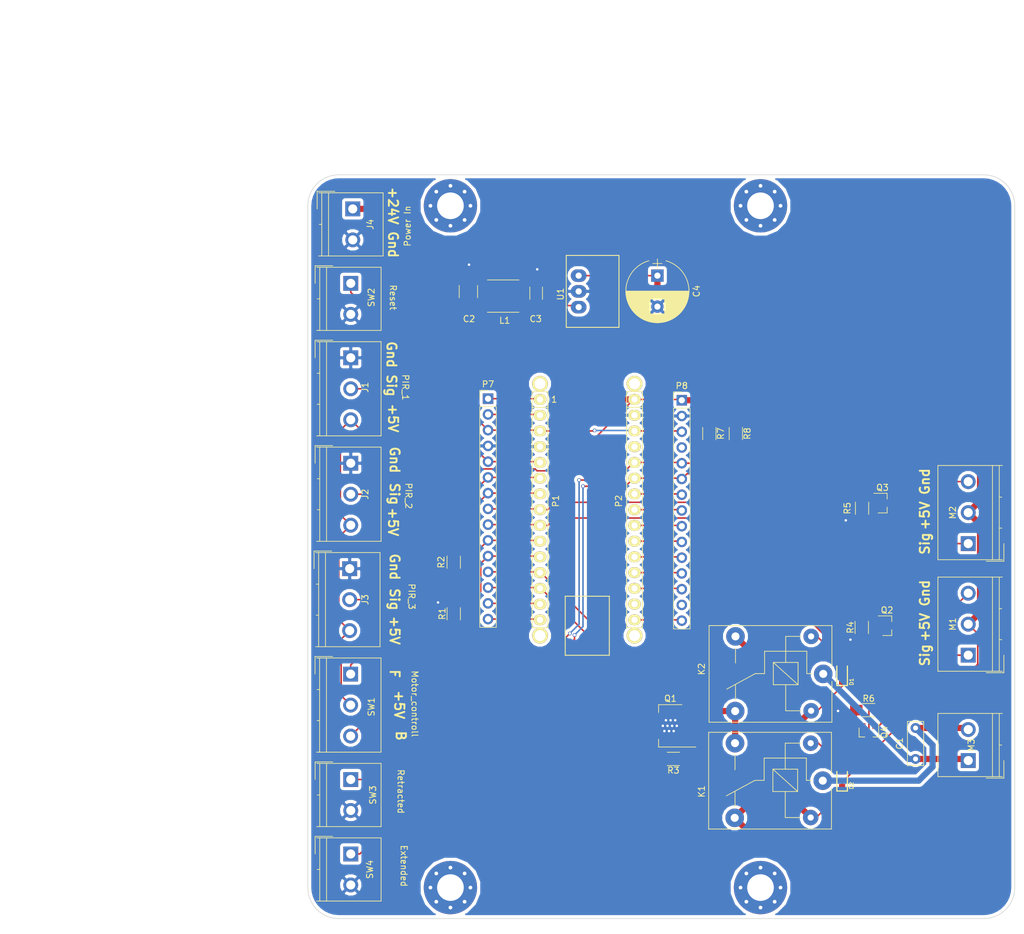
<source format=kicad_pcb>
(kicad_pcb (version 20171130) (host pcbnew 5.0.1-33cea8e~68~ubuntu16.04.1)
  (title_block (date "jeu. 02 avril 2015"))
  (layers (0 F.Cu signal) (31 B.Cu signal) (34 B.Paste user) (35 F.Paste user) (36 B.SilkS user) (37 F.SilkS user) (38 B.Mask user) (39 F.Mask user) (44 Edge.Cuts user))
  (net 0 "")
  (net 1 "/1(Tx)")
  (net 2 "/0(Rx)")
  (net 3 /Reset)
  (net 4 GND)
  (net 5 +5V)
  (net 6 /A5)
  (net 7 /A4)
  (net 8 /A3)
  (net 9 /A2)
  (net 10 /A1)
  (net 11 /A0)
  (net 12 /AREF)
  (net 13 "/13(SCK)")
  (net 14 "Net-(P3-Pad1)")
  (net 15 "Net-(P4-Pad1)")
  (net 16 "Net-(P5-Pad1)")
  (net 17 "Net-(P6-Pad1)")
  (net 18 "/11(**/MOSI)")
  (net 19 "/12(MISO)")
  (net 20 "Net-(C1-Pad1)")
  (net 21 "Net-(C1-Pad2)")
  (net 22 VCC)
  (net 23 "Net-(C3-Pad1)")
  (net 24 /PIR_1)
  (net 25 /PIR_2)
  (net 26 /PIR_3)
  (net 27 "Net-(D1-Pad2)")
  (net 28 "Net-(K1-Pad5)")
  (net 29 /Servo_2_PWM)
  (net 30 "Net-(M1-Pad3)")
  (net 31 "Net-(M2-Pad3)")
  (net 32 /Servo_1_PWM)
  (net 33 /Motor_forward)
  (net 34 /Motor_back)
  (net 35 /H_bridge_back)
  (net 36 /H_bridge_on)
  (net 37 "Net-(P2-Pad4)")
  (net 38 "Net-(P2-Pad14)")
  (net 39 /Servo_2_power)
  (net 40 /Servo_1_power)
  (net 41 "Net-(P8-Pad14)")
  (net 42 "Net-(P8-Pad4)")
  (net 43 /Extended)
  (net 44 /Retracted)
  (module Mounting_Holes:MountingHole_4.3mm_M4_Pad_Via (layer F.Cu) (at 175 150)
    (fp_text reference REF** hide)
    (fp_text value MountingHole_4.3mm_M4_Pad_Via)
    (pad 1 thru_hole circle (at 2.280419 -2.280419) (size 0.7 0.7) (drill 0.6) (layers *.Cu *.Mask))
    (pad 1 thru_hole circle (at 0 -3.225) (size 0.7 0.7) (drill 0.6) (layers *.Cu *.Mask))
    (pad 1 thru_hole circle (at -2.280419 -2.280419) (size 0.7 0.7) (drill 0.6) (layers *.Cu *.Mask))
    (pad 1 thru_hole circle (at -3.225 0) (size 0.7 0.7) (drill 0.6) (layers *.Cu *.Mask))
    (pad 1 thru_hole circle (at -2.280419 2.280419) (size 0.7 0.7) (drill 0.6) (layers *.Cu *.Mask))
    (pad 1 thru_hole circle (at 0 3.225 90) (size 0.7 0.7) (drill 0.6) (layers *.Cu *.Mask))
    (pad 1 thru_hole circle (at 2.280419 2.280419) (size 0.7 0.7) (drill 0.6) (layers *.Cu *.Mask))
    (pad 1 thru_hole circle (at 3.225 0) (size 0.7 0.7) (drill 0.6) (layers *.Cu *.Mask))
    (pad 1 thru_hole circle (at 0 0) (size 8.6 8.6) (drill 4.3) (layers *.Cu *.Mask))
  )
  (module Pin_Headers:Pin_Header_Straight_1x15_Pitch2.54mm (layer F.Cu) (at 162.306 71.374)
    (fp_text reference P8 (at 0 -2.33) (layer F.SilkS))
    (fp_text value Analog)
    (pad 15 thru_hole oval (at 0 35.56) (size 1.7 1.7) (drill 1) (layers *.Cu *.Mask) (net 13 "/13(SCK)"))
    (pad 14 thru_hole oval (at 0 33.02) (size 1.7 1.7) (drill 1) (layers *.Cu *.Mask) (net 41 "Net-(P8-Pad14)"))
    (pad 13 thru_hole oval (at 0 30.48) (size 1.7 1.7) (drill 1) (layers *.Cu *.Mask) (net 12 /AREF))
    (pad 12 thru_hole oval (at 0 27.94) (size 1.7 1.7) (drill 1) (layers *.Cu *.Mask) (net 11 /A0))
    (pad 11 thru_hole oval (at 0 25.4) (size 1.7 1.7) (drill 1) (layers *.Cu *.Mask) (net 10 /A1))
    (pad 10 thru_hole oval (at 0 22.86) (size 1.7 1.7) (drill 1) (layers *.Cu *.Mask) (net 9 /A2))
    (pad 9 thru_hole oval (at 0 20.32) (size 1.7 1.7) (drill 1) (layers *.Cu *.Mask) (net 8 /A3))
    (pad 8 thru_hole oval (at 0 17.78) (size 1.7 1.7) (drill 1) (layers *.Cu *.Mask) (net 7 /A4))
    (pad 7 thru_hole oval (at 0 15.24) (size 1.7 1.7) (drill 1) (layers *.Cu *.Mask) (net 6 /A5))
    (pad 6 thru_hole oval (at 0 12.7) (size 1.7 1.7) (drill 1) (layers *.Cu *.Mask) (net 44 /Retracted))
    (pad 5 thru_hole oval (at 0 10.16) (size 1.7 1.7) (drill 1) (layers *.Cu *.Mask) (net 43 /Extended))
    (pad 4 thru_hole oval (at 0 7.62) (size 1.7 1.7) (drill 1) (layers *.Cu *.Mask) (net 42 "Net-(P8-Pad4)"))
    (pad 3 thru_hole oval (at 0 5.08) (size 1.7 1.7) (drill 1) (layers *.Cu *.Mask) (net 3 /Reset))
    (pad 2 thru_hole oval (at 0 2.54) (size 1.7 1.7) (drill 1) (layers *.Cu *.Mask) (net 4 GND))
    (pad 1 thru_hole rect (at 0 0) (size 1.7 1.7) (drill 1) (layers *.Cu *.Mask) (net 5 +5V))
  )
  (module Diodes_SMD:D_SOD-323_HandSoldering (layer F.Cu) (at 188.161953 115.504004 90)
    (fp_text reference D1 (at -1.29 1.524 90) (layer F.SilkS) (effects (font (size 0.6 0.6) (thickness 0.125))))
    (fp_text value D)
    (pad 1 smd rect (at -1.25 0 90) (size 1 1) (layers F.Cu F.Paste F.Mask) (net 5 +5V))
    (pad 2 smd rect (at 1.25 0 90) (size 1 1) (layers F.Cu F.Paste F.Mask) (net 27 "Net-(D1-Pad2)"))
  )
  (module Diodes_SMD:D_SOD-323_HandSoldering (layer F.Cu) (at 188.161953 132.522004 90)
    (fp_text reference D2 (at -1.036 1.524 90) (layer F.SilkS) (effects (font (size 0.6 0.6) (thickness 0.125))))
    (fp_text value D)
    (pad 1 smd rect (at -1.25 0 90) (size 1 1) (layers F.Cu F.Paste F.Mask) (net 5 +5V))
    (pad 2 smd rect (at 1.25 0 90) (size 1 1) (layers F.Cu F.Paste F.Mask) (net 27 "Net-(D1-Pad2)"))
  )
  (module Capacitors_THT:C_Rect_L7.0mm_W2.5mm_P5.00mm (layer F.Cu) (at 200 129.25 90)
    (fp_text reference C1 (at 2.5 -2.56 90) (layer F.SilkS))
    (fp_text value C)
    (pad 2 thru_hole circle (at 5 0 90) (size 1.6 1.6) (drill 0.8) (layers *.Cu *.Mask) (net 21 "Net-(C1-Pad2)"))
    (pad 1 thru_hole circle (at 0 0 90) (size 1.6 1.6) (drill 0.8) (layers *.Cu *.Mask) (net 20 "Net-(C1-Pad1)"))
  )
  (module Capacitors_SMD:C_1210_HandSoldering (layer F.Cu) (at 127.896 53.84 90)
    (fp_text reference C2 (at -4.41 0.104 180) (layer F.SilkS))
    (fp_text value 10uF)
    (pad 2 smd rect (at 2 0 90) (size 2 2.5) (layers F.Cu F.Paste F.Mask) (net 4 GND))
    (pad 1 smd rect (at -2 0 90) (size 2 2.5) (layers F.Cu F.Paste F.Mask) (net 22 VCC))
  )
  (module Capacitors_SMD:C_1206_HandSoldering (layer F.Cu) (at 138.818 54.094 90)
    (fp_text reference C3 (at -4.156 -0.068 180) (layer F.SilkS))
    (fp_text value 4.7uF)
    (pad 2 smd rect (at 2 0 90) (size 2 1.6) (layers F.Cu F.Paste F.Mask) (net 4 GND))
    (pad 1 smd rect (at -2 0 90) (size 2 1.6) (layers F.Cu F.Paste F.Mask) (net 23 "Net-(C3-Pad1)"))
  )
  (module Connectors_Terminal_Blocks:TerminalBlock_Philmore_TB133_03x5mm_Straight (layer F.Cu) (at 108.921543 64.521428 270)
    (fp_text reference J1 (at 4.773803 -2.328457 270) (layer F.SilkS))
    (fp_text value PIR_1 (at 4.773803 -8.828457 270 unlocked) (layer F.SilkS))
    (pad 3 thru_hole circle (at 10 0 270) (size 2.4 2.4) (drill 1.47) (layers *.Cu *.Mask) (net 5 +5V))
    (pad 2 thru_hole circle (at 5 0 270) (size 2.4 2.4) (drill 1.47) (layers *.Cu *.Mask) (net 24 /PIR_1))
    (pad 1 thru_hole rect (at 0 0 270) (size 2.4 2.4) (drill 1.47) (layers *.Cu *.Mask) (net 4 GND))
  )
  (module Connectors_Terminal_Blocks:TerminalBlock_Philmore_TB133_03x5mm_Straight (layer F.Cu) (at 108.921543 81.532142 270)
    (fp_text reference J2 (at 5 -2.328457 270) (layer F.SilkS))
    (fp_text value PIR_2 (at 5.271803 -9.328457 270 unlocked) (layer F.SilkS))
    (pad 3 thru_hole circle (at 10 0 270) (size 2.4 2.4) (drill 1.47) (layers *.Cu *.Mask) (net 5 +5V))
    (pad 2 thru_hole circle (at 5 0 270) (size 2.4 2.4) (drill 1.47) (layers *.Cu *.Mask) (net 25 /PIR_2))
    (pad 1 thru_hole rect (at 0 0 270) (size 2.4 2.4) (drill 1.47) (layers *.Cu *.Mask) (net 4 GND))
  )
  (module Connectors_Terminal_Blocks:TerminalBlock_Philmore_TB133_03x5mm_Straight (layer F.Cu) (at 108.75 98.542856 270)
    (fp_text reference J3 (at 5 -2.5 270) (layer F.SilkS))
    (fp_text value PIR_3 (at 4.5 -10 270 unlocked) (layer F.SilkS))
    (pad 3 thru_hole circle (at 10 0 270) (size 2.4 2.4) (drill 1.47) (layers *.Cu *.Mask) (net 5 +5V))
    (pad 2 thru_hole circle (at 5 0 270) (size 2.4 2.4) (drill 1.47) (layers *.Cu *.Mask) (net 26 /PIR_3))
    (pad 1 thru_hole rect (at 0 0 270) (size 2.4 2.4) (drill 1.47) (layers *.Cu *.Mask) (net 4 GND))
  )
  (module Relays_THT:Relay_SPDT_SANYOU_SRD_Series_Form_C (layer F.Cu) (at 185.039953 132.750004 180)
    (fp_text reference K1 (at 19.539953 -1.749996 270) (layer F.SilkS))
    (fp_text value RELAY)
    (pad 1 thru_hole circle (at 0 0 270) (size 3 3) (drill 1.3) (layers *.Cu *.Mask) (net 21 "Net-(C1-Pad2)"))
    (pad 2 thru_hole circle (at 1.95 -5.95 270) (size 2.5 2.5) (drill 1) (layers *.Cu *.Mask) (net 5 +5V))
    (pad 4 thru_hole circle (at 14.2 -6 270) (size 3 3) (drill 1.3) (layers *.Cu *.Mask) (net 22 VCC))
    (pad 5 thru_hole circle (at 14.15 6.05 270) (size 3 3) (drill 1.3) (layers *.Cu *.Mask) (net 28 "Net-(K1-Pad5)"))
    (pad 3 thru_hole circle (at 1.95 6.05 270) (size 2.5 2.5) (drill 1) (layers *.Cu *.Mask) (net 27 "Net-(D1-Pad2)"))
  )
  (module Relays_THT:Relay_SPDT_SANYOU_SRD_Series_Form_C (layer F.Cu) (at 185.113953 115.524004 180)
    (fp_text reference K2 (at 19.613953 0.774004 270) (layer F.SilkS))
    (fp_text value RELAY)
    (pad 1 thru_hole circle (at 0 0 270) (size 3 3) (drill 1.3) (layers *.Cu *.Mask) (net 20 "Net-(C1-Pad1)"))
    (pad 2 thru_hole circle (at 1.95 -5.95 270) (size 2.5 2.5) (drill 1) (layers *.Cu *.Mask) (net 5 +5V))
    (pad 4 thru_hole circle (at 14.2 -6 270) (size 3 3) (drill 1.3) (layers *.Cu *.Mask) (net 28 "Net-(K1-Pad5)"))
    (pad 5 thru_hole circle (at 14.15 6.05 270) (size 3 3) (drill 1.3) (layers *.Cu *.Mask) (net 22 VCC))
    (pad 3 thru_hole circle (at 1.95 6.05 270) (size 2.5 2.5) (drill 1) (layers *.Cu *.Mask) (net 27 "Net-(D1-Pad2)"))
  )
  (module Connectors_Terminal_Blocks:TerminalBlock_Philmore_TB133_03x5mm_Straight (layer F.Cu) (at 108.904619 115.55357 270)
    (fp_text reference SW1 (at 5.286815 -3.345381 270) (layer F.SilkS))
    (fp_text value Motor_controll (at 4.786815 -10.345381 270 unlocked) (layer F.SilkS))
    (pad 3 thru_hole circle (at 10 0 270) (size 2.4 2.4) (drill 1.47) (layers *.Cu *.Mask) (net 34 /Motor_back))
    (pad 2 thru_hole circle (at 5 0 270) (size 2.4 2.4) (drill 1.47) (layers *.Cu *.Mask) (net 5 +5V))
    (pad 1 thru_hole rect (at 0 0 270) (size 2.4 2.4) (drill 1.47) (layers *.Cu *.Mask) (net 33 /Motor_forward))
  )
  (module Inductors_SMD:L_Taiyo-Yuden_MD-5050 (layer F.Cu) (at 133.506 54.57)
    (fp_text reference L1 (at 0.244 3.93) (layer F.SilkS))
    (fp_text value 10uH)
    (pad 2 smd rect (at 1.8 0) (size 1.5 4.2) (layers F.Cu F.Paste F.Mask) (net 23 "Net-(C3-Pad1)"))
    (pad 1 smd rect (at -1.8 0) (size 1.5 4.2) (layers F.Cu F.Paste F.Mask) (net 22 VCC))
  )
  (module TO_SOT_Packages_SMD:SOT-223-3Lead_TabPin2 (layer F.Cu) (at 160.475953 123.906004 180)
    (fp_text reference Q1 (at 0 4.406004 180) (layer F.SilkS))
    (fp_text value Q_NMOS_GSD)
    (pad 1 smd rect (at -3.15 -2.3 180) (size 2 1.5) (layers F.Cu F.Paste F.Mask) (net 36 /H_bridge_on))
    (pad 3 smd rect (at -3.15 2.3 180) (size 2 1.5) (layers F.Cu F.Paste F.Mask) (net 28 "Net-(K1-Pad5)"))
    (pad 2 smd rect (at -3.15 0 180) (size 2 1.5) (layers F.Cu F.Paste F.Mask) (net 4 GND))
    (pad 2 smd rect (at 3.15 0 180) (size 2 3.8) (layers F.Cu F.Paste F.Mask) (net 4 GND))
  )
  (module TO_SOT_Packages_SMD:SOT-23 (layer F.Cu) (at 195.406 107.748)
    (fp_text reference Q2 (at 0 -2.5) (layer F.SilkS))
    (fp_text value Q_NMOS_GSD)
    (pad 3 smd rect (at 1 0) (size 0.9 0.8) (layers F.Cu F.Paste F.Mask) (net 30 "Net-(M1-Pad3)"))
    (pad 2 smd rect (at -1 0.95) (size 0.9 0.8) (layers F.Cu F.Paste F.Mask) (net 4 GND))
    (pad 1 smd rect (at -1 -0.95) (size 0.9 0.8) (layers F.Cu F.Paste F.Mask) (net 39 /Servo_2_power))
  )
  (module TO_SOT_Packages_SMD:SOT-23 (layer F.Cu) (at 194.661755 87.972979)
    (fp_text reference Q3 (at 0 -2.5) (layer F.SilkS))
    (fp_text value Q_NMOS_GSD)
    (pad 3 smd rect (at 1 0) (size 0.9 0.8) (layers F.Cu F.Paste F.Mask) (net 31 "Net-(M2-Pad3)"))
    (pad 2 smd rect (at -1 0.95) (size 0.9 0.8) (layers F.Cu F.Paste F.Mask) (net 4 GND))
    (pad 1 smd rect (at -1 -0.95) (size 0.9 0.8) (layers F.Cu F.Paste F.Mask) (net 40 /Servo_1_power))
  )
  (module TO_SOT_Packages_SMD:SOT-23 (layer F.Cu) (at 192.479953 124.938004 270)
    (fp_text reference Q4 (at 0 -2.5 270) (layer F.SilkS))
    (fp_text value Q_NMOS_GSD)
    (pad 3 smd rect (at 1 0 270) (size 0.9 0.8) (layers F.Cu F.Paste F.Mask) (net 27 "Net-(D1-Pad2)"))
    (pad 2 smd rect (at -1 0.95 270) (size 0.9 0.8) (layers F.Cu F.Paste F.Mask) (net 4 GND))
    (pad 1 smd rect (at -1 -0.95 270) (size 0.9 0.8) (layers F.Cu F.Paste F.Mask) (net 35 /H_bridge_back))
  )
  (module Resistors_SMD:R_1206_HandSoldering (layer F.Cu) (at 125.526619 105.825185 90)
    (fp_text reference R1 (at 0 -1.85 90) (layer F.SilkS))
    (fp_text value 100k)
    (pad 2 smd rect (at 2 0 90) (size 2 1.7) (layers F.Cu F.Paste F.Mask) (net 4 GND))
    (pad 1 smd rect (at -2 0 90) (size 2 1.7) (layers F.Cu F.Paste F.Mask) (net 34 /Motor_back))
  )
  (module Resistors_SMD:R_1206_HandSoldering (layer F.Cu) (at 125.526619 97.507185 270)
    (fp_text reference R2 (at 0 2.026619 270) (layer F.SilkS))
    (fp_text value 100k)
    (pad 2 smd rect (at 2 0 270) (size 2 1.7) (layers F.Cu F.Paste F.Mask) (net 4 GND))
    (pad 1 smd rect (at -2 0 270) (size 2 1.7) (layers F.Cu F.Paste F.Mask) (net 33 /Motor_forward))
  )
  (module Resistors_SMD:R_1206_HandSoldering (layer F.Cu) (at 160.951953 129.240004 180)
    (fp_text reference R3 (at 0 -1.85 180) (layer F.SilkS))
    (fp_text value 100k)
    (pad 2 smd rect (at 2 0 180) (size 2 1.7) (layers F.Cu F.Paste F.Mask) (net 4 GND))
    (pad 1 smd rect (at -2 0 180) (size 2 1.7) (layers F.Cu F.Paste F.Mask) (net 36 /H_bridge_on))
  )
  (module Resistors_SMD:R_1206_HandSoldering (layer F.Cu) (at 191.326 108.034 270)
    (fp_text reference R4 (at 0 1.826 270) (layer F.SilkS))
    (fp_text value 100k)
    (pad 2 smd rect (at 2 0 270) (size 2 1.7) (layers F.Cu F.Paste F.Mask) (net 4 GND))
    (pad 1 smd rect (at -2 0 270) (size 2 1.7) (layers F.Cu F.Paste F.Mask) (net 39 /Servo_2_power))
  )
  (module Resistors_SMD:R_1206_HandSoldering (layer F.Cu) (at 191.375755 88.800979 270)
    (fp_text reference R5 (at 0 2.375755 270) (layer F.SilkS))
    (fp_text value 100k)
    (pad 2 smd rect (at 2 0 270) (size 2 1.7) (layers F.Cu F.Paste F.Mask) (net 4 GND))
    (pad 1 smd rect (at -2 0 270) (size 2 1.7) (layers F.Cu F.Paste F.Mask) (net 40 /Servo_1_power))
  )
  (module Resistors_SMD:R_1206_HandSoldering (layer F.Cu) (at 192.447953 121.366004 180)
    (fp_text reference R6 (at 0 1.866004 180) (layer F.SilkS))
    (fp_text value 100k)
    (pad 2 smd rect (at 2 0 180) (size 2 1.7) (layers F.Cu F.Paste F.Mask) (net 4 GND))
    (pad 1 smd rect (at -2 0 180) (size 2 1.7) (layers F.Cu F.Paste F.Mask) (net 35 /H_bridge_back))
  )
  (module Connectors_Terminal_Blocks:TerminalBlock_Philmore_TB132_02x5mm_Straight (layer F.Cu) (at 208.5 129.5 90)
    (fp_text reference M3 (at 2.5 0.5 90) (layer F.SilkS))
    (fp_text value Motor_DC)
    (pad 2 thru_hole circle (at 5 0 90) (size 2.4 2.4) (drill 1.47) (layers *.Cu *.Mask) (net 21 "Net-(C1-Pad2)"))
    (pad 1 thru_hole rect (at 0 0 90) (size 2.4 2.4) (drill 1.47) (layers *.Cu *.Mask) (net 20 "Net-(C1-Pad1)"))
  )
  (module Connectors_Terminal_Blocks:TerminalBlock_Philmore_TB132_02x5mm_Straight (layer F.Cu) (at 108.925 52.510714 270)
    (fp_text reference SW2 (at 2.275 -3.325 270) (layer F.SilkS))
    (fp_text value Reset (at 2.275 -6.825 270 unlocked) (layer F.SilkS))
    (pad 2 thru_hole circle (at 5 0 270) (size 2.4 2.4) (drill 1.47) (layers *.Cu *.Mask) (net 4 GND))
    (pad 1 thru_hole rect (at 0 0 270) (size 2.4 2.4) (drill 1.47) (layers *.Cu *.Mask) (net 3 /Reset))
  )
  (module Converters_DCDC_ACDC:DCDC-Conv_Recom_R-78HBxx-0.5 (layer F.Cu) (at 145.676 56.348 90)
    (fp_text reference U1 (at 2.098 -2.926 90) (layer F.SilkS))
    (fp_text value R-78B5.0-2.0)
    (pad 1 thru_hole oval (at 0 0 90) (size 2.032 2.54) (drill 1) (layers *.Cu *.Mask) (net 23 "Net-(C3-Pad1)"))
    (pad 3 thru_hole oval (at 5.08 0 90) (size 2.032 2.54) (drill 1) (layers *.Cu *.Mask) (net 5 +5V))
    (pad 2 thru_hole oval (at 2.54 0 90) (size 2.032 2.54) (drill 1) (layers *.Cu *.Mask) (net 4 GND))
  )
  (module Capacitors_THT:CP_Radial_D10.0mm_P5.00mm (layer F.Cu) (at 158.376 51.268 270)
    (fp_text reference C4 (at 2.5 -6.31 270) (layer F.SilkS))
    (fp_text value 820uF)
    (pad 2 thru_hole circle (at 5 0 270) (size 2 2) (drill 1) (layers *.Cu *.Mask) (net 4 GND))
    (pad 1 thru_hole rect (at 0 0 270) (size 2 2) (drill 1) (layers *.Cu *.Mask) (net 5 +5V))
  )
  (module Connectors_Terminal_Blocks:TerminalBlock_Philmore_TB132_02x5mm_Straight (layer F.Cu) (at 109.25 40.5 270)
    (fp_text reference J4 (at 2.5 -2.825 270) (layer F.SilkS))
    (fp_text value "Power In" (at 2.775 -8.825 270) (layer F.SilkS))
    (pad 2 thru_hole circle (at 5 0 270) (size 2.4 2.4) (drill 1.47) (layers *.Cu *.Mask) (net 4 GND))
    (pad 1 thru_hole rect (at 0 0 270) (size 2.4 2.4) (drill 1.47) (layers *.Cu *.Mask) (net 22 VCC))
  )
  (module Connectors_Terminal_Blocks:TerminalBlock_Philmore_TB133_03x5mm_Straight (layer F.Cu) (at 208.5 112.5 90)
    (fp_text reference M1 (at 5 -2.5 90) (layer F.SilkS))
    (fp_text value Motor_Servo_1)
    (pad 3 thru_hole circle (at 10 0 90) (size 2.4 2.4) (drill 1.47) (layers *.Cu *.Mask) (net 30 "Net-(M1-Pad3)"))
    (pad 2 thru_hole circle (at 5 0 90) (size 2.4 2.4) (drill 1.47) (layers *.Cu *.Mask) (net 5 +5V))
    (pad 1 thru_hole rect (at 0 0 90) (size 2.4 2.4) (drill 1.47) (layers *.Cu *.Mask) (net 29 /Servo_2_PWM))
  )
  (module Connectors_Terminal_Blocks:TerminalBlock_Philmore_TB133_03x5mm_Straight (layer F.Cu) (at 208.5 94.5 90)
    (fp_text reference M2 (at 5 -2.5 90) (layer F.SilkS))
    (fp_text value Motor_Servo_2)
    (pad 3 thru_hole circle (at 10 0 90) (size 2.4 2.4) (drill 1.47) (layers *.Cu *.Mask) (net 31 "Net-(M2-Pad3)"))
    (pad 2 thru_hole circle (at 5 0 90) (size 2.4 2.4) (drill 1.47) (layers *.Cu *.Mask) (net 5 +5V))
    (pad 1 thru_hole rect (at 0 0 90) (size 2.4 2.4) (drill 1.47) (layers *.Cu *.Mask) (net 32 /Servo_1_PWM))
  )
  (module Pin_Headers:Pin_Header_Straight_1x15_Pitch2.54mm (layer F.Cu) (at 131.064 71.12)
    (fp_text reference P7 (at 0 -2.33) (layer F.SilkS))
    (fp_text value Digital)
    (pad 15 thru_hole oval (at 0 35.56) (size 1.7 1.7) (drill 1) (layers *.Cu *.Mask) (net 19 "/12(MISO)"))
    (pad 14 thru_hole oval (at 0 33.02) (size 1.7 1.7) (drill 1) (layers *.Cu *.Mask) (net 18 "/11(**/MOSI)"))
    (pad 13 thru_hole oval (at 0 30.48) (size 1.7 1.7) (drill 1) (layers *.Cu *.Mask) (net 36 /H_bridge_on))
    (pad 12 thru_hole oval (at 0 27.94) (size 1.7 1.7) (drill 1) (layers *.Cu *.Mask) (net 35 /H_bridge_back))
    (pad 11 thru_hole oval (at 0 25.4) (size 1.7 1.7) (drill 1) (layers *.Cu *.Mask) (net 34 /Motor_back))
    (pad 10 thru_hole oval (at 0 22.86) (size 1.7 1.7) (drill 1) (layers *.Cu *.Mask) (net 33 /Motor_forward))
    (pad 9 thru_hole oval (at 0 20.32) (size 1.7 1.7) (drill 1) (layers *.Cu *.Mask) (net 29 /Servo_2_PWM))
    (pad 8 thru_hole oval (at 0 17.78) (size 1.7 1.7) (drill 1) (layers *.Cu *.Mask) (net 32 /Servo_1_PWM))
    (pad 7 thru_hole oval (at 0 15.24) (size 1.7 1.7) (drill 1) (layers *.Cu *.Mask) (net 26 /PIR_3))
    (pad 6 thru_hole oval (at 0 12.7) (size 1.7 1.7) (drill 1) (layers *.Cu *.Mask) (net 25 /PIR_2))
    (pad 5 thru_hole oval (at 0 10.16) (size 1.7 1.7) (drill 1) (layers *.Cu *.Mask) (net 24 /PIR_1))
    (pad 4 thru_hole oval (at 0 7.62) (size 1.7 1.7) (drill 1) (layers *.Cu *.Mask) (net 4 GND))
    (pad 3 thru_hole oval (at 0 5.08) (size 1.7 1.7) (drill 1) (layers *.Cu *.Mask) (net 3 /Reset))
    (pad 2 thru_hole oval (at 0 2.54) (size 1.7 1.7) (drill 1) (layers *.Cu *.Mask) (net 2 "/0(Rx)"))
    (pad 1 thru_hole rect (at 0 0) (size 1.7 1.7) (drill 1) (layers *.Cu *.Mask) (net 1 "/1(Tx)"))
  )
  (module Mounting_Holes:MountingHole_4.3mm_M4_Pad_Via (layer F.Cu) (at 125 40)
    (fp_text reference REF** hide)
    (fp_text value MountingHole_4.3mm_M4_Pad_Via)
    (pad 1 thru_hole circle (at 0 0) (size 8.6 8.6) (drill 4.3) (layers *.Cu *.Mask))
    (pad 1 thru_hole circle (at 3.225 0) (size 0.7 0.7) (drill 0.6) (layers *.Cu *.Mask))
    (pad 1 thru_hole circle (at 2.280419 2.280419) (size 0.7 0.7) (drill 0.6) (layers *.Cu *.Mask))
    (pad 1 thru_hole circle (at 0 3.225 90) (size 0.7 0.7) (drill 0.6) (layers *.Cu *.Mask))
    (pad 1 thru_hole circle (at -2.280419 2.280419) (size 0.7 0.7) (drill 0.6) (layers *.Cu *.Mask))
    (pad 1 thru_hole circle (at -3.225 0) (size 0.7 0.7) (drill 0.6) (layers *.Cu *.Mask))
    (pad 1 thru_hole circle (at -2.280419 -2.280419) (size 0.7 0.7) (drill 0.6) (layers *.Cu *.Mask))
    (pad 1 thru_hole circle (at 0 -3.225) (size 0.7 0.7) (drill 0.6) (layers *.Cu *.Mask))
    (pad 1 thru_hole circle (at 2.280419 -2.280419) (size 0.7 0.7) (drill 0.6) (layers *.Cu *.Mask))
  )
  (module Mounting_Holes:MountingHole_4.3mm_M4_Pad_Via (layer F.Cu) (at 125 150)
    (fp_text reference REF** hide)
    (fp_text value MountingHole_4.3mm_M4_Pad_Via)
    (pad 1 thru_hole circle (at 0 0) (size 8.6 8.6) (drill 4.3) (layers *.Cu *.Mask))
    (pad 1 thru_hole circle (at 3.225 0) (size 0.7 0.7) (drill 0.6) (layers *.Cu *.Mask))
    (pad 1 thru_hole circle (at 2.280419 2.280419) (size 0.7 0.7) (drill 0.6) (layers *.Cu *.Mask))
    (pad 1 thru_hole circle (at 0 3.225 90) (size 0.7 0.7) (drill 0.6) (layers *.Cu *.Mask))
    (pad 1 thru_hole circle (at -2.280419 2.280419) (size 0.7 0.7) (drill 0.6) (layers *.Cu *.Mask))
    (pad 1 thru_hole circle (at -3.225 0) (size 0.7 0.7) (drill 0.6) (layers *.Cu *.Mask))
    (pad 1 thru_hole circle (at -2.280419 -2.280419) (size 0.7 0.7) (drill 0.6) (layers *.Cu *.Mask))
    (pad 1 thru_hole circle (at 0 -3.225) (size 0.7 0.7) (drill 0.6) (layers *.Cu *.Mask))
    (pad 1 thru_hole circle (at 2.280419 -2.280419) (size 0.7 0.7) (drill 0.6) (layers *.Cu *.Mask))
  )
  (module Mounting_Holes:MountingHole_4.3mm_M4_Pad_Via (layer F.Cu) (at 175 40)
    (fp_text reference REF** hide)
    (fp_text value MountingHole_4.3mm_M4_Pad_Via)
    (pad 1 thru_hole circle (at 0 0) (size 8.6 8.6) (drill 4.3) (layers *.Cu *.Mask))
    (pad 1 thru_hole circle (at 3.225 0) (size 0.7 0.7) (drill 0.6) (layers *.Cu *.Mask))
    (pad 1 thru_hole circle (at 2.280419 2.280419) (size 0.7 0.7) (drill 0.6) (layers *.Cu *.Mask))
    (pad 1 thru_hole circle (at 0 3.225 90) (size 0.7 0.7) (drill 0.6) (layers *.Cu *.Mask))
    (pad 1 thru_hole circle (at -2.280419 2.280419) (size 0.7 0.7) (drill 0.6) (layers *.Cu *.Mask))
    (pad 1 thru_hole circle (at -3.225 0) (size 0.7 0.7) (drill 0.6) (layers *.Cu *.Mask))
    (pad 1 thru_hole circle (at -2.280419 -2.280419) (size 0.7 0.7) (drill 0.6) (layers *.Cu *.Mask))
    (pad 1 thru_hole circle (at 0 -3.225) (size 0.7 0.7) (drill 0.6) (layers *.Cu *.Mask))
    (pad 1 thru_hole circle (at 2.280419 -2.280419) (size 0.7 0.7) (drill 0.6) (layers *.Cu *.Mask))
  )
  (module Socket_Arduino_Nano:Socket_Strip_Arduino_1x15 (layer F.Cu) (at 139.446 71.247 270)
    (fp_text reference P1 (at 16.383 -2.54 270) (layer F.SilkS))
    (fp_text value Digital)
    (pad 1 thru_hole oval (at 0 0 270) (size 1.7272 2.032) (drill 1.016) (layers *.Cu *.Mask F.SilkS) (net 1 "/1(Tx)"))
    (pad 2 thru_hole oval (at 2.54 0 270) (size 1.7272 2.032) (drill 1.016) (layers *.Cu *.Mask F.SilkS) (net 2 "/0(Rx)"))
    (pad 3 thru_hole oval (at 5.08 0 270) (size 1.7272 2.032) (drill 1.016) (layers *.Cu *.Mask F.SilkS) (net 3 /Reset))
    (pad 4 thru_hole oval (at 7.62 0 270) (size 1.7272 2.032) (drill 1.016) (layers *.Cu *.Mask F.SilkS) (net 4 GND))
    (pad 5 thru_hole oval (at 10.16 0 270) (size 1.7272 2.032) (drill 1.016) (layers *.Cu *.Mask F.SilkS) (net 24 /PIR_1))
    (pad 6 thru_hole oval (at 12.7 0 270) (size 1.7272 2.032) (drill 1.016) (layers *.Cu *.Mask F.SilkS) (net 25 /PIR_2))
    (pad 7 thru_hole oval (at 15.24 0 270) (size 1.7272 2.032) (drill 1.016) (layers *.Cu *.Mask F.SilkS) (net 26 /PIR_3))
    (pad 8 thru_hole oval (at 17.78 0 270) (size 1.7272 2.032) (drill 1.016) (layers *.Cu *.Mask F.SilkS) (net 32 /Servo_1_PWM))
    (pad 9 thru_hole oval (at 20.32 0 270) (size 1.7272 2.032) (drill 1.016) (layers *.Cu *.Mask F.SilkS) (net 29 /Servo_2_PWM))
    (pad 10 thru_hole oval (at 22.86 0 270) (size 1.7272 2.032) (drill 1.016) (layers *.Cu *.Mask F.SilkS) (net 33 /Motor_forward))
    (pad 11 thru_hole oval (at 25.4 0 270) (size 1.7272 2.032) (drill 1.016) (layers *.Cu *.Mask F.SilkS) (net 34 /Motor_back))
    (pad 12 thru_hole oval (at 27.94 0 270) (size 1.7272 2.032) (drill 1.016) (layers *.Cu *.Mask F.SilkS) (net 35 /H_bridge_back))
    (pad 13 thru_hole oval (at 30.48 0 270) (size 1.7272 2.032) (drill 1.016) (layers *.Cu *.Mask F.SilkS) (net 36 /H_bridge_on))
    (pad 14 thru_hole oval (at 33.02 0 270) (size 1.7272 2.032) (drill 1.016) (layers *.Cu *.Mask F.SilkS) (net 18 "/11(**/MOSI)"))
    (pad 15 thru_hole oval (at 35.56 0 270) (size 1.7272 2.032) (drill 1.016) (layers *.Cu *.Mask F.SilkS) (net 19 "/12(MISO)"))
  )
  (module Socket_Arduino_Nano:Socket_Strip_Arduino_1x15 (layer F.Cu) (at 154.686 71.247 270)
    (fp_text reference P2 (at 16.383 2.54 270) (layer F.SilkS))
    (fp_text value Analog)
    (pad 1 thru_hole oval (at 0 0 270) (size 1.7272 2.032) (drill 1.016) (layers *.Cu *.Mask F.SilkS) (net 5 +5V))
    (pad 2 thru_hole oval (at 2.54 0 270) (size 1.7272 2.032) (drill 1.016) (layers *.Cu *.Mask F.SilkS) (net 4 GND))
    (pad 3 thru_hole oval (at 5.08 0 270) (size 1.7272 2.032) (drill 1.016) (layers *.Cu *.Mask F.SilkS) (net 3 /Reset))
    (pad 4 thru_hole oval (at 7.62 0 270) (size 1.7272 2.032) (drill 1.016) (layers *.Cu *.Mask F.SilkS) (net 37 "Net-(P2-Pad4)"))
    (pad 5 thru_hole oval (at 10.16 0 270) (size 1.7272 2.032) (drill 1.016) (layers *.Cu *.Mask F.SilkS) (net 43 /Extended))
    (pad 6 thru_hole oval (at 12.7 0 270) (size 1.7272 2.032) (drill 1.016) (layers *.Cu *.Mask F.SilkS) (net 44 /Retracted))
    (pad 7 thru_hole oval (at 15.24 0 270) (size 1.7272 2.032) (drill 1.016) (layers *.Cu *.Mask F.SilkS) (net 6 /A5))
    (pad 8 thru_hole oval (at 17.78 0 270) (size 1.7272 2.032) (drill 1.016) (layers *.Cu *.Mask F.SilkS) (net 7 /A4))
    (pad 9 thru_hole oval (at 20.32 0 270) (size 1.7272 2.032) (drill 1.016) (layers *.Cu *.Mask F.SilkS) (net 8 /A3))
    (pad 10 thru_hole oval (at 22.86 0 270) (size 1.7272 2.032) (drill 1.016) (layers *.Cu *.Mask F.SilkS) (net 9 /A2))
    (pad 11 thru_hole oval (at 25.4 0 270) (size 1.7272 2.032) (drill 1.016) (layers *.Cu *.Mask F.SilkS) (net 10 /A1))
    (pad 12 thru_hole oval (at 27.94 0 270) (size 1.7272 2.032) (drill 1.016) (layers *.Cu *.Mask F.SilkS) (net 11 /A0))
    (pad 13 thru_hole oval (at 30.48 0 270) (size 1.7272 2.032) (drill 1.016) (layers *.Cu *.Mask F.SilkS) (net 12 /AREF))
    (pad 14 thru_hole oval (at 33.02 0 270) (size 1.7272 2.032) (drill 1.016) (layers *.Cu *.Mask F.SilkS) (net 38 "Net-(P2-Pad14)"))
    (pad 15 thru_hole oval (at 35.56 0 270) (size 1.7272 2.032) (drill 1.016) (layers *.Cu *.Mask F.SilkS) (net 13 "/13(SCK)"))
  )
  (module Socket_Arduino_Nano:1pin_Nano (layer F.Cu) (at 139.446 68.707)
    (fp_text reference P3 hide)
    (fp_text value CONN_01X01 hide)
    (pad 1 thru_hole circle (at 0 0) (size 2.54 2.54) (drill 1.778) (layers *.Cu *.Mask F.SilkS) (net 14 "Net-(P3-Pad1)"))
  )
  (module Socket_Arduino_Nano:1pin_Nano (layer F.Cu) (at 139.446 109.347)
    (fp_text reference P4 hide)
    (fp_text value CONN_01X01 hide)
    (pad 1 thru_hole circle (at 0 0) (size 2.54 2.54) (drill 1.778) (layers *.Cu *.Mask F.SilkS) (net 15 "Net-(P4-Pad1)"))
  )
  (module Socket_Arduino_Nano:1pin_Nano (layer F.Cu) (at 154.686 109.347)
    (fp_text reference P5 hide)
    (fp_text value CONN_01X01 hide)
    (pad 1 thru_hole circle (at 0 0) (size 2.54 2.54) (drill 1.778) (layers *.Cu *.Mask F.SilkS) (net 16 "Net-(P5-Pad1)"))
  )
  (module Socket_Arduino_Nano:1pin_Nano (layer F.Cu) (at 154.686 68.707)
    (fp_text reference P6 hide)
    (fp_text value CONN_01X01 hide)
    (pad 1 thru_hole circle (at 0 0) (size 2.54 2.54) (drill 1.778) (layers *.Cu *.Mask F.SilkS) (net 17 "Net-(P6-Pad1)"))
  )
  (module Connectors_Terminal_Blocks:TerminalBlock_Philmore_TB132_02x5mm_Straight (layer F.Cu) (at 108.924999 132.564284 270)
    (fp_text reference SW3 (at 2.5 -3.575001 270) (layer F.SilkS))
    (fp_text value Retracted (at 1.935716 -8.075001 270 unlocked) (layer F.SilkS))
    (pad 2 thru_hole circle (at 5 0 270) (size 2.4 2.4) (drill 1.47) (layers *.Cu *.Mask) (net 4 GND))
    (pad 1 thru_hole rect (at 0 0 270) (size 2.4 2.4) (drill 1.47) (layers *.Cu *.Mask) (net 43 /Extended))
  )
  (module Connectors_Terminal_Blocks:TerminalBlock_Philmore_TB132_02x5mm_Straight (layer F.Cu) (at 108.924999 144.575001 270)
    (fp_text reference SW4 (at 2.5 -3.075001 270) (layer F.SilkS))
    (fp_text value Extended (at 1.924999 -8.575001 270 unlocked) (layer F.SilkS))
    (pad 1 thru_hole rect (at 0 0 270) (size 2.4 2.4) (drill 1.47) (layers *.Cu *.Mask) (net 44 /Retracted))
    (pad 2 thru_hole circle (at 5 0 270) (size 2.4 2.4) (drill 1.47) (layers *.Cu *.Mask) (net 4 GND))
  )
  (module Resistors_SMD:R_1206_HandSoldering (layer F.Cu) (at 166.75 76.75 270)
    (fp_text reference R7 (at 0 -1.85 270) (layer F.SilkS))
    (fp_text value 100k)
    (pad 1 smd rect (at -2 0 270) (size 2 1.7) (layers F.Cu F.Paste F.Mask) (net 5 +5V))
    (pad 2 smd rect (at 2 0 270) (size 2 1.7) (layers F.Cu F.Paste F.Mask) (net 43 /Extended))
  )
  (module Resistors_SMD:R_1206_HandSoldering (layer F.Cu) (at 171.025001 76.75 270)
    (fp_text reference R8 (at 0 -1.85 270) (layer F.SilkS))
    (fp_text value 100k)
    (pad 2 smd rect (at 2 0 270) (size 2 1.7) (layers F.Cu F.Paste F.Mask) (net 44 /Retracted))
    (pad 1 smd rect (at -2 0 270) (size 2 1.7) (layers F.Cu F.Paste F.Mask) (net 5 +5V))
  )
  (gr_text Sig (at 201.5 94.5 90) (layer F.SilkS) (effects (font (size 1.5 1.5) (thickness 0.3))))
  (gr_text +5V (at 201.5 90 90) (layer F.SilkS) (effects (font (size 1.5 1.5) (thickness 0.3))))
  (gr_text Gnd (at 201.5 84.5 90) (layer F.SilkS) (effects (font (size 1.5 1.5) (thickness 0.3))))
  (gr_text Gnd (at 201.5 102.5 90) (layer F.SilkS) (effects (font (size 1.5 1.5) (thickness 0.3))))
  (gr_text +5V (at 201.5 108 90) (layer F.SilkS) (effects (font (size 1.5 1.5) (thickness 0.3))))
  (gr_text Sig (at 201.5 112.5 90) (layer F.SilkS) (effects (font (size 1.5 1.5) (thickness 0.3))))
  (gr_text +24V (at 115.75 40 270) (layer F.SilkS) (effects (font (size 1.5 1.5) (thickness 0.3))))
  (gr_text Gnd (at 115.75 46.25 270) (layer F.SilkS) (effects (font (size 1.5 1.5) (thickness 0.3))))
  (gr_text B (at 117 125.5 270) (layer F.SilkS) (effects (font (size 1.5 1.5) (thickness 0.3))))
  (gr_text F (at 116 115.5 270) (layer F.SilkS) (effects (font (size 1.5 1.5) (thickness 0.3))))
  (gr_text +5V (at 116.75 120.5 270) (layer F.SilkS) (effects (font (size 1.5 1.5) (thickness 0.3))))
  (gr_text Sig (at 116 103.5 270) (layer F.SilkS) (effects (font (size 1.5 1.5) (thickness 0.3))))
  (gr_text +5V (at 116 108.5 270) (layer F.SilkS) (effects (font (size 1.5 1.5) (thickness 0.3))))
  (gr_text Gnd (at 116 98.25 270) (layer F.SilkS) (effects (font (size 1.5 1.5) (thickness 0.3))))
  (gr_text Gnd (at 116 81 270) (layer F.SilkS) (effects (font (size 1.5 1.5) (thickness 0.3))))
  (gr_text Sig (at 116 86.5 270) (layer F.SilkS) (effects (font (size 1.5 1.5) (thickness 0.3))))
  (gr_text +5V (at 115.75 91 270) (layer F.SilkS) (effects (font (size 1.5 1.5) (thickness 0.3))))
  (gr_text +5V (at 115.75 74.25 270) (layer F.SilkS) (effects (font (size 1.5 1.5) (thickness 0.3))))
  (gr_text Sig (at 115.5 69 270) (layer F.SilkS) (effects (font (size 1.5 1.5) (thickness 0.3))))
  (gr_text Gnd (at 115.5 64 270) (layer F.SilkS) (effects (font (size 1.5 1.5) (thickness 0.3))))
  (gr_line (start 211 155) (end 107 155) (layer Edge.Cuts) (width 0.1))
  (gr_line (start 102 40) (end 102 150) (layer Edge.Cuts) (width 0.1))
  (gr_line (start 211 35) (end 107 35) (layer Edge.Cuts) (width 0.1))
  (gr_line (start 216 150) (end 216 40) (layer Edge.Cuts) (width 0.1))
  (gr_arc (start 211 150) (end 211 155) (angle -90) (layer Edge.Cuts) (width 0.1))
  (gr_arc (start 107 150) (end 102 150) (angle -90) (layer Edge.Cuts) (width 0.1))
  (gr_arc (start 107 40) (end 107 35) (angle -90) (layer Edge.Cuts) (width 0.1))
  (gr_arc (start 211 40) (end 216 40) (angle -90) (layer Edge.Cuts) (width 0.1))
  (gr_text 1 (at 141.732 71.247) (layer F.SilkS) (effects (font (size 1 1))))
  (gr_line (start 150.622 112.522) (end 150.622 110.617) (angle 90) (layer F.SilkS) (width 0.15))
  (gr_line (start 150.622 102.997) (end 150.622 110.617) (angle 90) (layer F.SilkS) (width 0.15))
  (gr_line (start 143.51 102.997) (end 150.622 102.997) (angle 90) (layer F.SilkS) (width 0.15))
  (gr_line (start 143.51 110.617) (end 143.51 102.997) (angle 90) (layer F.SilkS) (width 0.15))
  (gr_line (start 143.51 112.522) (end 150.622 112.522) (angle 90) (layer F.SilkS) (width 0.15))
  (gr_line (start 143.51 110.617) (end 143.51 112.522) (angle 90) (layer F.SilkS) (width 0.15))
  (segment (start 139.319 71.12) (end 139.446 71.247) (width 0.25) (layer F.Cu) (net 1))
  (segment (start 131.064 71.12) (end 139.319 71.12) (width 0.25) (layer F.Cu) (net 1))
  (segment (start 139.319 73.66) (end 139.446 73.787) (width 0.25) (layer F.Cu) (net 2))
  (segment (start 131.064 73.66) (end 139.319 73.66) (width 0.25) (layer F.Cu) (net 2))
  (segment (start 139.319 76.2) (end 139.446 76.327) (width 0.25) (layer F.Cu) (net 3))
  (segment (start 131.064 76.2) (end 139.319 76.2) (width 0.25) (layer F.Cu) (net 3))
  (segment (start 162.179 76.327) (end 162.306 76.454) (width 0.25) (layer F.Cu) (net 3))
  (segment (start 154.686 76.327) (end 162.179 76.327) (width 0.25) (layer F.Cu) (net 3))
  (via (at 148.25 76.25) (size 0.6) (drill 0.4) (layers F.Cu B.Cu) (net 3))
  (segment (start 148.173 76.327) (end 148.25 76.25) (width 0.25) (layer F.Cu) (net 3))
  (segment (start 139.446 76.327) (end 148.173 76.327) (width 0.25) (layer F.Cu) (net 3))
  (segment (start 154.609 76.25) (end 154.686 76.327) (width 0.25) (layer B.Cu) (net 3))
  (segment (start 148.25 76.25) (end 154.609 76.25) (width 0.25) (layer B.Cu) (net 3))
  (segment (start 113.75 58.785714) (end 113.75 58.886) (width 0.25) (layer F.Cu) (net 3))
  (segment (start 108.925 52.510714) (end 108.925 53.960714) (width 0.25) (layer F.Cu) (net 3))
  (segment (start 108.925 53.960714) (end 113.75 58.785714) (width 0.25) (layer F.Cu) (net 3))
  (segment (start 113.589 58.725) (end 113.75 58.886) (width 0.25) (layer F.Cu) (net 3))
  (segment (start 113.75 58.886) (end 131.064 76.2) (width 0.25) (layer F.Cu) (net 3))
  (segment (start 190.879953 123.938004) (end 191.529953 123.938004) (width 0.25) (layer F.Cu) (net 4))
  (segment (start 190.447953 123.506004) (end 190.879953 123.938004) (width 0.25) (layer F.Cu) (net 4))
  (segment (start 190.447953 121.366004) (end 190.447953 123.506004) (width 0.25) (layer F.Cu) (net 4))
  (segment (start 158.801953 129.240004) (end 158.951953 129.240004) (width 0.25) (layer F.Cu) (net 4))
  (segment (start 157.325953 127.764004) (end 158.801953 129.240004) (width 0.25) (layer F.Cu) (net 4))
  (segment (start 157.325953 123.906004) (end 157.325953 127.764004) (width 0.25) (layer F.Cu) (net 4))
  (segment (start 194.406 108.698) (end 194.406 110.002) (width 0.25) (layer F.Cu) (net 4))
  (segment (start 194.374 110.034) (end 191.326 110.034) (width 0.25) (layer F.Cu) (net 4))
  (segment (start 194.406 110.002) (end 194.374 110.034) (width 0.25) (layer F.Cu) (net 4))
  (segment (start 191.375755 90.800979) (end 193.629755 90.800979) (width 0.25) (layer F.Cu) (net 4))
  (segment (start 193.661755 90.768979) (end 193.661755 88.922979) (width 0.25) (layer F.Cu) (net 4))
  (segment (start 193.629755 90.800979) (end 193.661755 90.768979) (width 0.25) (layer F.Cu) (net 4))
  (segment (start 139.319 78.74) (end 139.446 78.867) (width 0.25) (layer F.Cu) (net 4))
  (segment (start 131.064 78.74) (end 139.319 78.74) (width 0.25) (layer F.Cu) (net 4))
  (segment (start 125.526619 103.825185) (end 125.526619 99.507185) (width 0.25) (layer F.Cu) (net 4))
  (via (at 139 50.25) (size 0.6) (drill 0.4) (layers F.Cu B.Cu) (net 4))
  (segment (start 138.818 50.432) (end 139 50.25) (width 0.25) (layer F.Cu) (net 4))
  (segment (start 138.818 52.094) (end 138.818 50.432) (width 0.25) (layer F.Cu) (net 4))
  (via (at 128 49.5) (size 0.6) (drill 0.4) (layers F.Cu B.Cu) (net 4))
  (segment (start 127.896 49.604) (end 128 49.5) (width 0.25) (layer F.Cu) (net 4))
  (segment (start 127.896 51.84) (end 127.896 49.604) (width 0.25) (layer F.Cu) (net 4))
  (via (at 188.75 90.75) (size 0.6) (drill 0.4) (layers F.Cu B.Cu) (net 4))
  (segment (start 188.800979 90.800979) (end 188.75 90.75) (width 0.25) (layer F.Cu) (net 4))
  (segment (start 191.375755 90.800979) (end 188.800979 90.800979) (width 0.25) (layer F.Cu) (net 4))
  (via (at 189.5 110) (size 0.6) (drill 0.4) (layers F.Cu B.Cu) (net 4))
  (segment (start 189.534 110.034) (end 189.5 110) (width 0.25) (layer F.Cu) (net 4))
  (segment (start 191.326 110.034) (end 189.534 110.034) (width 0.25) (layer F.Cu) (net 4))
  (segment (start 187.633996 121.366004) (end 187.5 121.5) (width 0.25) (layer F.Cu) (net 4))
  (via (at 187.5 121.5) (size 0.6) (drill 0.4) (layers F.Cu B.Cu) (net 4))
  (segment (start 190.447953 121.366004) (end 187.633996 121.366004) (width 0.25) (layer F.Cu) (net 4))
  (segment (start 163.625953 123.906004) (end 161.5 123.906004) (width 1) (layer F.Cu) (net 4))
  (segment (start 159.25 123.906004) (end 157.325953 123.906004) (width 1) (layer F.Cu) (net 4))
  (via (at 159.25 123.906004) (size 0.6) (drill 0.4) (layers F.Cu B.Cu) (net 4))
  (segment (start 160 123.906004) (end 159.25 123.906004) (width 1) (layer F.Cu) (net 4))
  (via (at 160 123.906004) (size 0.6) (drill 0.4) (layers F.Cu B.Cu) (net 4))
  (segment (start 160.75 123.906004) (end 160 123.906004) (width 1) (layer F.Cu) (net 4))
  (via (at 160.75 123.906004) (size 0.6) (drill 0.4) (layers F.Cu B.Cu) (net 4))
  (segment (start 161.5 123.906004) (end 160.75 123.906004) (width 1) (layer F.Cu) (net 4))
  (via (at 161.5 123.906004) (size 0.6) (drill 0.4) (layers F.Cu B.Cu) (net 4))
  (via (at 161.25 123) (size 0.6) (drill 0.4) (layers F.Cu B.Cu) (net 4))
  (via (at 160.5 123) (size 0.6) (drill 0.4) (layers F.Cu B.Cu) (net 4))
  (via (at 159.75 123) (size 0.6) (drill 0.4) (layers F.Cu B.Cu) (net 4))
  (via (at 159.5 124.75) (size 0.6) (drill 0.4) (layers F.Cu B.Cu) (net 4))
  (via (at 160.25 124.75) (size 0.6) (drill 0.4) (layers F.Cu B.Cu) (net 4))
  (via (at 161 124.75) (size 0.6) (drill 0.4) (layers F.Cu B.Cu) (net 4))
  (via (at 123 104) (size 0.6) (drill 0.4) (layers F.Cu B.Cu) (net 4))
  (segment (start 123.174815 103.825185) (end 123 104) (width 0.25) (layer F.Cu) (net 4))
  (segment (start 125.526619 103.825185) (end 123.174815 103.825185) (width 0.25) (layer F.Cu) (net 4))
  (segment (start 183.983953 138.700004) (end 183.089953 138.700004) (width 0.25) (layer F.Cu) (net 5))
  (segment (start 188.161953 134.522004) (end 183.983953 138.700004) (width 0.25) (layer F.Cu) (net 5))
  (segment (start 188.161953 133.772004) (end 188.161953 134.522004) (width 0.25) (layer F.Cu) (net 5))
  (segment (start 188.161953 117.504004) (end 184.191953 121.474004) (width 0.25) (layer F.Cu) (net 5))
  (segment (start 184.191953 121.474004) (end 183.163953 121.474004) (width 0.25) (layer F.Cu) (net 5))
  (segment (start 188.161953 116.754004) (end 188.161953 117.504004) (width 0.25) (layer F.Cu) (net 5))
  (segment (start 178.763953 134.374004) (end 181.839954 137.450005) (width 1) (layer F.Cu) (net 5))
  (segment (start 181.839954 137.450005) (end 183.089953 138.700004) (width 1) (layer F.Cu) (net 5))
  (segment (start 178.763953 125.874004) (end 178.763953 134.374004) (width 1) (layer F.Cu) (net 5))
  (segment (start 183.163953 121.474004) (end 178.763953 125.874004) (width 1) (layer F.Cu) (net 5))
  (segment (start 145.676 51.268) (end 158.376 51.268) (width 0.25) (layer F.Cu) (net 5))
  (segment (start 162.179 71.247) (end 162.306 71.374) (width 0.25) (layer F.Cu) (net 5))
  (segment (start 154.686 71.247) (end 162.179 71.247) (width 0.25) (layer F.Cu) (net 5))
  (segment (start 158.376 53.268) (end 151.5 60.144) (width 1) (layer F.Cu) (net 5))
  (segment (start 158.376 51.268) (end 158.376 53.268) (width 1) (layer F.Cu) (net 5))
  (segment (start 152.67 71.247) (end 154.686 71.247) (width 1) (layer F.Cu) (net 5))
  (segment (start 151.5 70.077) (end 152.67 71.247) (width 1) (layer F.Cu) (net 5))
  (segment (start 151.5 60.144) (end 151.5 70.077) (width 1) (layer F.Cu) (net 5))
  (segment (start 154.5336 71.247) (end 143.02221 82.75839) (width 0.25) (layer F.Cu) (net 5))
  (segment (start 154.686 71.247) (end 154.5336 71.247) (width 0.25) (layer F.Cu) (net 5))
  (segment (start 209.699999 106.300001) (end 208.5 107.5) (width 1) (layer F.Cu) (net 5))
  (segment (start 210.400001 105.599999) (end 209.699999 106.300001) (width 1) (layer F.Cu) (net 5))
  (segment (start 210.400001 91.400001) (end 210.400001 105.599999) (width 1) (layer F.Cu) (net 5))
  (segment (start 208.5 89.5) (end 210.400001 91.400001) (width 1) (layer F.Cu) (net 5))
  (segment (start 188.161953 133.022004) (end 206.183957 115) (width 0.25) (layer F.Cu) (net 5))
  (segment (start 188.161953 133.772004) (end 188.161953 133.022004) (width 0.25) (layer F.Cu) (net 5))
  (segment (start 210.025001 113.960001) (end 210.025001 109.025001) (width 0.25) (layer F.Cu) (net 5))
  (segment (start 208.985002 115) (end 210.025001 113.960001) (width 0.25) (layer F.Cu) (net 5))
  (segment (start 206.183957 115) (end 208.985002 115) (width 0.25) (layer F.Cu) (net 5))
  (segment (start 210.025001 109.025001) (end 208.5 107.5) (width 0.25) (layer F.Cu) (net 5))
  (segment (start 209.699999 88.300001) (end 208.5 89.5) (width 1) (layer F.Cu) (net 5))
  (segment (start 210.400001 87.599999) (end 209.699999 88.300001) (width 1) (layer F.Cu) (net 5))
  (segment (start 210.400001 78.150001) (end 210.400001 87.599999) (width 1) (layer F.Cu) (net 5))
  (segment (start 203.624 71.374) (end 210.400001 78.150001) (width 1) (layer F.Cu) (net 5))
  (segment (start 138.660653 82.455001) (end 138.964042 82.75839) (width 0.25) (layer F.Cu) (net 5))
  (segment (start 116.855116 82.455001) (end 138.660653 82.455001) (width 0.25) (layer F.Cu) (net 5))
  (segment (start 138.964042 82.75839) (end 143.02221 82.75839) (width 0.25) (layer F.Cu) (net 5))
  (segment (start 108.921543 74.521428) (end 116.855116 82.455001) (width 0.25) (layer F.Cu) (net 5))
  (segment (start 107.721544 90.332143) (end 108.921543 91.532142) (width 0.25) (layer F.Cu) (net 5))
  (segment (start 107.25 89.860599) (end 107.721544 90.332143) (width 0.25) (layer F.Cu) (net 5))
  (segment (start 107.25 76.192971) (end 107.25 89.860599) (width 0.25) (layer F.Cu) (net 5))
  (segment (start 108.921543 74.521428) (end 107.25 76.192971) (width 0.25) (layer F.Cu) (net 5))
  (segment (start 107.550001 107.342857) (end 108.75 108.542856) (width 0.25) (layer F.Cu) (net 5))
  (segment (start 107 93.453685) (end 107 106.792856) (width 0.25) (layer F.Cu) (net 5))
  (segment (start 107 106.792856) (end 107.550001 107.342857) (width 0.25) (layer F.Cu) (net 5))
  (segment (start 108.921543 91.532142) (end 107 93.453685) (width 0.25) (layer F.Cu) (net 5))
  (segment (start 107.70462 119.353571) (end 108.904619 120.55357) (width 0.25) (layer F.Cu) (net 5))
  (segment (start 107.379618 119.028569) (end 107.70462 119.353571) (width 0.25) (layer F.Cu) (net 5))
  (segment (start 107.379618 109.913238) (end 107.379618 119.028569) (width 0.25) (layer F.Cu) (net 5))
  (segment (start 108.75 108.542856) (end 107.379618 109.913238) (width 0.25) (layer F.Cu) (net 5))
  (segment (start 166.75 71.624) (end 167 71.374) (width 0.25) (layer F.Cu) (net 5))
  (segment (start 166.75 74.75) (end 166.75 71.624) (width 0.25) (layer F.Cu) (net 5))
  (segment (start 162.306 71.374) (end 167 71.374) (width 1) (layer F.Cu) (net 5))
  (segment (start 171.025001 71.598999) (end 171.25 71.374) (width 0.25) (layer F.Cu) (net 5))
  (segment (start 171.025001 74.75) (end 171.025001 71.598999) (width 0.25) (layer F.Cu) (net 5))
  (segment (start 171.25 71.374) (end 203.624 71.374) (width 1) (layer F.Cu) (net 5))
  (segment (start 167 71.374) (end 171.25 71.374) (width 1) (layer F.Cu) (net 5))
  (segment (start 162.179 81.407) (end 162.306 81.534) (width 0.25) (layer F.Cu) (net 43))
  (segment (start 154.686 81.407) (end 162.179 81.407) (width 0.25) (layer F.Cu) (net 43))
  (segment (start 162.179 83.947) (end 162.306 84.074) (width 0.25) (layer F.Cu) (net 44))
  (segment (start 154.686 83.947) (end 162.179 83.947) (width 0.25) (layer F.Cu) (net 44))
  (segment (start 162.179 86.487) (end 162.306 86.614) (width 0.25) (layer F.Cu) (net 6))
  (segment (start 154.686 86.487) (end 162.179 86.487) (width 0.25) (layer F.Cu) (net 6))
  (segment (start 162.179 89.027) (end 162.306 89.154) (width 0.25) (layer F.Cu) (net 7))
  (segment (start 154.686 89.027) (end 162.179 89.027) (width 0.25) (layer F.Cu) (net 7))
  (segment (start 162.179 91.567) (end 162.306 91.694) (width 0.25) (layer F.Cu) (net 8))
  (segment (start 154.686 91.567) (end 162.179 91.567) (width 0.25) (layer F.Cu) (net 8))
  (segment (start 162.179 94.107) (end 162.306 94.234) (width 0.25) (layer F.Cu) (net 9))
  (segment (start 154.686 94.107) (end 162.179 94.107) (width 0.25) (layer F.Cu) (net 9))
  (segment (start 162.179 96.647) (end 162.306 96.774) (width 0.25) (layer F.Cu) (net 10))
  (segment (start 154.686 96.647) (end 162.179 96.647) (width 0.25) (layer F.Cu) (net 10))
  (segment (start 162.179 99.187) (end 162.306 99.314) (width 0.25) (layer F.Cu) (net 11))
  (segment (start 154.686 99.187) (end 162.179 99.187) (width 0.25) (layer F.Cu) (net 11))
  (segment (start 162.179 101.727) (end 162.306 101.854) (width 0.25) (layer F.Cu) (net 12))
  (segment (start 154.686 101.727) (end 162.179 101.727) (width 0.25) (layer F.Cu) (net 12))
  (segment (start 162.179 106.807) (end 162.306 106.934) (width 0.25) (layer F.Cu) (net 13))
  (segment (start 154.686 106.807) (end 162.179 106.807) (width 0.25) (layer F.Cu) (net 13))
  (segment (start 139.319 104.14) (end 139.446 104.267) (width 0.25) (layer F.Cu) (net 18))
  (segment (start 131.064 104.14) (end 139.319 104.14) (width 0.25) (layer F.Cu) (net 18))
  (segment (start 139.319 106.68) (end 139.446 106.807) (width 0.25) (layer F.Cu) (net 19))
  (segment (start 131.064 106.68) (end 139.319 106.68) (width 0.25) (layer F.Cu) (net 19))
  (segment (start 198.839949 129.25) (end 200 129.25) (width 1) (layer B.Cu) (net 20))
  (segment (start 185.113953 115.524004) (end 198.839949 129.25) (width 1) (layer B.Cu) (net 20))
  (segment (start 208.25 129.25) (end 208.5 129.5) (width 1) (layer F.Cu) (net 20))
  (segment (start 200 129.25) (end 208.25 129.25) (width 1) (layer F.Cu) (net 20))
  (segment (start 185.039953 132.750004) (end 200.499996 132.750004) (width 1) (layer B.Cu) (net 21))
  (segment (start 200.499996 132.750004) (end 202.75 130.5) (width 1) (layer B.Cu) (net 21))
  (segment (start 202.75 127) (end 200 124.25) (width 1) (layer B.Cu) (net 21))
  (segment (start 202.75 130.5) (end 202.75 127) (width 1) (layer B.Cu) (net 21))
  (segment (start 208.25 124.25) (end 208.5 124.5) (width 1) (layer F.Cu) (net 21))
  (segment (start 200 124.25) (end 208.25 124.25) (width 1) (layer F.Cu) (net 21))
  (segment (start 174.699953 134.890004) (end 172.339952 137.250005) (width 1) (layer F.Cu) (net 22))
  (segment (start 172.339952 137.250005) (end 170.839953 138.750004) (width 1) (layer F.Cu) (net 22))
  (segment (start 174.699953 113.210004) (end 174.699953 134.890004) (width 1) (layer F.Cu) (net 22))
  (segment (start 170.963953 109.474004) (end 174.699953 113.210004) (width 1) (layer F.Cu) (net 22))
  (segment (start 130.436 55.84) (end 131.706 54.57) (width 0.25) (layer F.Cu) (net 22))
  (segment (start 127.896 55.84) (end 130.436 55.84) (width 0.25) (layer F.Cu) (net 22))
  (segment (start 125.646 55.84) (end 127.896 55.84) (width 1) (layer F.Cu) (net 22))
  (segment (start 212 77) (end 212 131) (width 1) (layer F.Cu) (net 22))
  (segment (start 134.926 48.25) (end 183.25 48.25) (width 1) (layer F.Cu) (net 22))
  (segment (start 131.706 51.47) (end 134.926 48.25) (width 1) (layer F.Cu) (net 22))
  (segment (start 183.25 48.25) (end 212 77) (width 1) (layer F.Cu) (net 22))
  (segment (start 131.706 54.57) (end 131.706 51.47) (width 1) (layer F.Cu) (net 22))
  (segment (start 202 141) (end 173.089949 141) (width 1) (layer F.Cu) (net 22))
  (segment (start 172.339952 140.250003) (end 170.839953 138.750004) (width 1) (layer F.Cu) (net 22))
  (segment (start 212 131) (end 202 141) (width 1) (layer F.Cu) (net 22))
  (segment (start 173.089949 141) (end 172.339952 140.250003) (width 1) (layer F.Cu) (net 22))
  (segment (start 111.45 40.5) (end 120.25 49.3) (width 1) (layer F.Cu) (net 22))
  (segment (start 109.25 40.5) (end 111.45 40.5) (width 1) (layer F.Cu) (net 22))
  (segment (start 120.25 50.444) (end 125.646 55.84) (width 1) (layer F.Cu) (net 22))
  (segment (start 120.25 49.3) (end 120.25 50.444) (width 1) (layer F.Cu) (net 22))
  (segment (start 138.818 55.894) (end 138.818 56.094) (width 0.25) (layer F.Cu) (net 23))
  (segment (start 137.494 54.57) (end 138.818 55.894) (width 0.25) (layer F.Cu) (net 23))
  (segment (start 135.306 54.57) (end 137.494 54.57) (width 0.25) (layer F.Cu) (net 23))
  (segment (start 145.422 56.094) (end 145.676 56.348) (width 0.25) (layer F.Cu) (net 23))
  (segment (start 138.818 56.094) (end 145.422 56.094) (width 0.25) (layer F.Cu) (net 23))
  (segment (start 139.319 81.28) (end 139.446 81.407) (width 0.25) (layer F.Cu) (net 24))
  (segment (start 131.064 81.28) (end 139.319 81.28) (width 0.25) (layer F.Cu) (net 24))
  (segment (start 108.921543 69.521428) (end 119.305428 69.521428) (width 0.25) (layer F.Cu) (net 24))
  (segment (start 119.305428 69.521428) (end 126.75 76.966) (width 0.25) (layer F.Cu) (net 24))
  (segment (start 126.75 76.966) (end 131.064 81.28) (width 0.25) (layer F.Cu) (net 24))
  (segment (start 126.510197 76.726197) (end 126.75 76.966) (width 0.25) (layer F.Cu) (net 24))
  (segment (start 139.319 83.82) (end 139.446 83.947) (width 0.25) (layer F.Cu) (net 25))
  (segment (start 131.064 83.82) (end 139.319 83.82) (width 0.25) (layer F.Cu) (net 25))
  (segment (start 128.351858 86.532142) (end 131.064 83.82) (width 0.25) (layer F.Cu) (net 25))
  (segment (start 108.921543 86.532142) (end 128.351858 86.532142) (width 0.25) (layer F.Cu) (net 25))
  (segment (start 139.319 86.36) (end 139.446 86.487) (width 0.25) (layer F.Cu) (net 26))
  (segment (start 131.064 86.36) (end 139.319 86.36) (width 0.25) (layer F.Cu) (net 26))
  (segment (start 113.881144 103.542856) (end 131.064 86.36) (width 0.25) (layer F.Cu) (net 26))
  (segment (start 108.75 103.542856) (end 113.881144 103.542856) (width 0.25) (layer F.Cu) (net 26))
  (segment (start 184.339953 126.700004) (end 183.089953 126.700004) (width 0.25) (layer F.Cu) (net 27))
  (segment (start 188.161953 130.522004) (end 184.339953 126.700004) (width 0.25) (layer F.Cu) (net 27))
  (segment (start 188.161953 131.272004) (end 188.161953 130.522004) (width 0.25) (layer F.Cu) (net 27))
  (segment (start 184.131953 109.474004) (end 183.163953 109.474004) (width 0.25) (layer F.Cu) (net 27))
  (segment (start 188.161953 113.504004) (end 184.131953 109.474004) (width 0.25) (layer F.Cu) (net 27))
  (segment (start 188.161953 114.254004) (end 188.161953 113.504004) (width 0.25) (layer F.Cu) (net 27))
  (segment (start 188.911953 131.272004) (end 188.161953 131.272004) (width 0.25) (layer F.Cu) (net 27))
  (segment (start 192.479953 127.704004) (end 188.911953 131.272004) (width 0.25) (layer F.Cu) (net 27))
  (segment (start 192.479953 125.938004) (end 192.479953 127.704004) (width 0.25) (layer F.Cu) (net 27))
  (segment (start 188.911953 114.254004) (end 188.161953 114.254004) (width 0.25) (layer F.Cu) (net 27))
  (segment (start 192.479953 117.822004) (end 188.911953 114.254004) (width 0.25) (layer F.Cu) (net 27))
  (segment (start 192.479953 125.938004) (end 192.479953 117.822004) (width 0.25) (layer F.Cu) (net 27))
  (segment (start 170.913953 126.676004) (end 170.889953 126.700004) (width 1) (layer F.Cu) (net 28))
  (segment (start 170.913953 121.524004) (end 170.913953 126.676004) (width 1) (layer F.Cu) (net 28))
  (segment (start 163.707953 121.524004) (end 163.625953 121.606004) (width 1) (layer F.Cu) (net 28))
  (segment (start 170.913953 121.524004) (end 163.707953 121.524004) (width 1) (layer F.Cu) (net 28))
  (segment (start 139.319 91.44) (end 139.446 91.567) (width 0.25) (layer F.Cu) (net 29))
  (segment (start 131.064 91.44) (end 139.319 91.44) (width 0.25) (layer F.Cu) (net 29))
  (segment (start 207.05 112.5) (end 208.5 112.5) (width 0.25) (layer F.Cu) (net 29))
  (segment (start 190.5 112.5) (end 207.05 112.5) (width 0.25) (layer F.Cu) (net 29))
  (segment (start 179.006592 101.006592) (end 190.5 112.5) (width 0.25) (layer F.Cu) (net 29))
  (segment (start 179.006592 96.256592) (end 179.006592 101.006592) (width 0.25) (layer F.Cu) (net 29))
  (segment (start 139.446 91.567) (end 140.712 91.567) (width 0.25) (layer F.Cu) (net 29))
  (segment (start 140.712 91.567) (end 141.90061 90.37839) (width 0.25) (layer F.Cu) (net 29))
  (segment (start 141.90061 90.37839) (end 173.12839 90.37839) (width 0.25) (layer F.Cu) (net 29))
  (segment (start 173.12839 90.37839) (end 179.006592 96.256592) (width 0.25) (layer F.Cu) (net 29))
  (segment (start 203.252 107.748) (end 208.5 102.5) (width 0.25) (layer F.Cu) (net 30))
  (segment (start 200.406 107.748) (end 203.252 107.748) (width 0.25) (layer F.Cu) (net 30))
  (segment (start 200.406 107.748) (end 196.406 107.748) (width 0.25) (layer F.Cu) (net 30))
  (segment (start 208.5 84.5) (end 203 84.5) (width 0.25) (layer F.Cu) (net 31))
  (segment (start 199.527021 87.972979) (end 195.661755 87.972979) (width 0.25) (layer F.Cu) (net 31))
  (segment (start 203 84.5) (end 199.527021 87.972979) (width 0.25) (layer F.Cu) (net 31))
  (segment (start 139.319 88.9) (end 139.446 89.027) (width 0.25) (layer F.Cu) (net 32))
  (segment (start 131.064 88.9) (end 139.319 88.9) (width 0.25) (layer F.Cu) (net 32))
  (segment (start 179.25 94.5) (end 207.05 94.5) (width 0.25) (layer F.Cu) (net 32))
  (segment (start 139.446 89.027) (end 140.712 89.027) (width 0.25) (layer F.Cu) (net 32))
  (segment (start 172.58839 87.83839) (end 179.25 94.5) (width 0.25) (layer F.Cu) (net 32))
  (segment (start 207.05 94.5) (end 208.5 94.5) (width 0.25) (layer F.Cu) (net 32))
  (segment (start 140.712 89.027) (end 141.90061 87.83839) (width 0.25) (layer F.Cu) (net 32))
  (segment (start 141.90061 87.83839) (end 172.58839 87.83839) (width 0.25) (layer F.Cu) (net 32))
  (segment (start 125.526619 95.657185) (end 125.526619 95.507185) (width 0.25) (layer F.Cu) (net 33))
  (segment (start 139.319 93.98) (end 139.446 94.107) (width 0.25) (layer F.Cu) (net 33))
  (segment (start 131.064 93.98) (end 139.319 93.98) (width 0.25) (layer F.Cu) (net 33))
  (segment (start 125.526619 96.757185) (end 125.526619 95.507185) (width 0.25) (layer F.Cu) (net 33))
  (segment (start 117 105.283804) (end 125.526619 96.757185) (width 0.25) (layer F.Cu) (net 33))
  (segment (start 129.536815 95.507185) (end 131.064 93.98) (width 0.25) (layer F.Cu) (net 33))
  (segment (start 125.526619 95.507185) (end 129.536815 95.507185) (width 0.25) (layer F.Cu) (net 33))
  (segment (start 117 106.008189) (end 117 105.283804) (width 0.25) (layer F.Cu) (net 33))
  (segment (start 108.904619 114.10357) (end 117 106.008189) (width 0.25) (layer F.Cu) (net 33))
  (segment (start 108.904619 115.55357) (end 108.904619 114.10357) (width 0.25) (layer F.Cu) (net 33))
  (segment (start 139.319 96.52) (end 139.446 96.647) (width 0.25) (layer F.Cu) (net 34))
  (segment (start 131.064 96.52) (end 139.319 96.52) (width 0.25) (layer F.Cu) (net 34))
  (segment (start 130.214001 97.369999) (end 131.064 96.52) (width 0.25) (layer F.Cu) (net 34))
  (segment (start 129.888999 97.695001) (end 130.214001 97.369999) (width 0.25) (layer F.Cu) (net 34))
  (segment (start 129.888999 102.212805) (end 129.888999 97.695001) (width 0.25) (layer F.Cu) (net 34))
  (segment (start 125.526619 106.575185) (end 129.888999 102.212805) (width 0.25) (layer F.Cu) (net 34))
  (segment (start 125.526619 107.825185) (end 125.526619 106.575185) (width 0.25) (layer F.Cu) (net 34))
  (segment (start 125.526619 108.93157) (end 125.526619 107.825185) (width 0.25) (layer F.Cu) (net 34))
  (segment (start 108.904619 125.55357) (end 125.526619 108.93157) (width 0.25) (layer F.Cu) (net 34))
  (segment (start 194.079953 123.938004) (end 193.429953 123.938004) (width 0.25) (layer F.Cu) (net 35))
  (segment (start 194.447953 123.570004) (end 194.079953 123.938004) (width 0.25) (layer F.Cu) (net 35))
  (segment (start 194.447953 121.366004) (end 194.447953 123.570004) (width 0.25) (layer F.Cu) (net 35))
  (segment (start 194.447953 120.266004) (end 194.447953 121.366004) (width 0.25) (layer F.Cu) (net 35))
  (segment (start 194.447953 118.427002) (end 194.447953 120.266004) (width 0.25) (layer F.Cu) (net 35))
  (segment (start 170 106.75) (end 182.770951 106.75) (width 0.25) (layer F.Cu) (net 35))
  (segment (start 182.770951 106.75) (end 194.447953 118.427002) (width 0.25) (layer F.Cu) (net 35))
  (segment (start 139.446 99.187) (end 139.5984 99.187) (width 0.25) (layer F.Cu) (net 35))
  (segment (start 139.5984 99.187) (end 158.1614 117.75) (width 0.25) (layer F.Cu) (net 35))
  (segment (start 158.1614 117.75) (end 159 117.75) (width 0.25) (layer F.Cu) (net 35))
  (segment (start 159 117.75) (end 170 106.75) (width 0.25) (layer F.Cu) (net 35))
  (segment (start 139.319 99.06) (end 139.446 99.187) (width 0.25) (layer F.Cu) (net 35))
  (segment (start 131.064 99.06) (end 139.319 99.06) (width 0.25) (layer F.Cu) (net 35))
  (segment (start 163.625953 128.566004) (end 162.951953 129.240004) (width 0.25) (layer F.Cu) (net 36))
  (segment (start 163.625953 126.206004) (end 163.625953 128.566004) (width 0.25) (layer F.Cu) (net 36))
  (segment (start 163.375953 126.206004) (end 163.625953 126.206004) (width 0.25) (layer F.Cu) (net 36))
  (segment (start 139.446 101.727) (end 139.5984 101.727) (width 0.25) (layer F.Cu) (net 36))
  (segment (start 139.319 101.6) (end 139.446 101.727) (width 0.25) (layer F.Cu) (net 36))
  (segment (start 131.064 101.6) (end 139.319 101.6) (width 0.25) (layer F.Cu) (net 36))
  (segment (start 139.5984 101.727) (end 155.75 117.8786) (width 0.25) (layer F.Cu) (net 36))
  (segment (start 155.75 128.473053) (end 159.526947 132.25) (width 0.25) (layer F.Cu) (net 36))
  (segment (start 155.75 117.8786) (end 155.75 128.473053) (width 0.25) (layer F.Cu) (net 36))
  (segment (start 159.791957 132.25) (end 162.801953 129.240004) (width 0.25) (layer F.Cu) (net 36))
  (segment (start 162.801953 129.240004) (end 162.951953 129.240004) (width 0.25) (layer F.Cu) (net 36))
  (segment (start 159.526947 132.25) (end 159.791957 132.25) (width 0.25) (layer F.Cu) (net 36))
  (segment (start 194.406 106.148) (end 194.406 106.798) (width 0.25) (layer F.Cu) (net 39))
  (segment (start 194.292 106.034) (end 194.406 106.148) (width 0.25) (layer F.Cu) (net 39))
  (segment (start 191.326 106.034) (end 194.292 106.034) (width 0.25) (layer F.Cu) (net 39))
  (segment (start 191.597755 87.022979) (end 191.375755 86.800979) (width 0.25) (layer F.Cu) (net 40))
  (segment (start 193.661755 87.022979) (end 191.597755 87.022979) (width 0.25) (layer F.Cu) (net 40))
  (segment (start 163.508081 81.534) (end 162.306 81.534) (width 0.25) (layer F.Cu) (net 43))
  (segment (start 166.75 78.9) (end 164.116 81.534) (width 0.25) (layer F.Cu) (net 43))
  (segment (start 164.116 81.534) (end 163.508081 81.534) (width 0.25) (layer F.Cu) (net 43))
  (segment (start 166.75 78.75) (end 166.75 78.9) (width 0.25) (layer F.Cu) (net 43))
  (via (at 144.25 109) (size 0.6) (drill 0.4) (layers F.Cu B.Cu) (net 43))
  (segment (start 120.685716 132.564284) (end 144.25 109) (width 0.25) (layer F.Cu) (net 43))
  (segment (start 108.924999 132.564284) (end 120.685716 132.564284) (width 0.25) (layer F.Cu) (net 43))
  (via (at 145.75 84.25) (size 0.6) (drill 0.4) (layers F.Cu B.Cu) (net 43))
  (segment (start 145.75 107.5) (end 145.75 84.25) (width 0.25) (layer B.Cu) (net 43))
  (segment (start 144.25 109) (end 145.75 107.5) (width 0.25) (layer B.Cu) (net 43))
  (segment (start 153.42 82.5206) (end 154.5336 81.407) (width 0.25) (layer F.Cu) (net 43))
  (segment (start 154.5336 81.407) (end 154.686 81.407) (width 0.25) (layer F.Cu) (net 43))
  (segment (start 153.42 82.673) (end 153.42 82.5206) (width 0.25) (layer F.Cu) (net 43))
  (segment (start 151.843 84.25) (end 153.42 82.673) (width 0.25) (layer F.Cu) (net 43))
  (segment (start 145.75 84.25) (end 151.843 84.25) (width 0.25) (layer F.Cu) (net 43))
  (segment (start 169.925001 78.75) (end 171.025001 78.75) (width 0.25) (layer F.Cu) (net 44))
  (segment (start 165.451 83.224001) (end 169.925001 78.75) (width 0.25) (layer F.Cu) (net 44))
  (segment (start 163.155999 83.224001) (end 165.451 83.224001) (width 0.25) (layer F.Cu) (net 44))
  (segment (start 162.306 84.074) (end 163.155999 83.224001) (width 0.25) (layer F.Cu) (net 44))
  (via (at 145.008948 109.252982) (size 0.6) (drill 0.4) (layers F.Cu B.Cu) (net 44))
  (segment (start 110.374999 144.575001) (end 145.008948 109.941052) (width 0.25) (layer F.Cu) (net 44))
  (segment (start 145.008948 109.941052) (end 145.008948 109.252982) (width 0.25) (layer F.Cu) (net 44))
  (segment (start 108.924999 144.575001) (end 110.374999 144.575001) (width 0.25) (layer F.Cu) (net 44))
  (segment (start 146.375 107.88693) (end 146.375 85.25) (width 0.25) (layer B.Cu) (net 44))
  (via (at 146.375 85.25) (size 0.6) (drill 0.4) (layers F.Cu B.Cu) (net 44))
  (segment (start 145.008948 109.252982) (end 146.375 107.88693) (width 0.25) (layer B.Cu) (net 44))
  (segment (start 154.5336 83.947) (end 154.686 83.947) (width 0.25) (layer F.Cu) (net 44))
  (segment (start 153.2306 85.25) (end 154.5336 83.947) (width 0.25) (layer F.Cu) (net 44))
  (segment (start 146.375 85.25) (end 153.2306 85.25) (width 0.25) (layer F.Cu) (net 44))
  (zone (net 4) (net_name GND) (layer B.Cu) (connect_pads (clearance 0.508)) (min_thickness 0.254) (fill yes (arc_segments 16) (thermal_gap 0.508) (thermal_bridge_width 0.508))
    (polygon (pts (xy 100 32.5) (xy 217.5 32.5) (xy 217.5 157.5) (xy 100 157.5)))
  )
  (zone (net 4) (net_name GND) (layer F.Cu) (connect_pads (clearance 0.508)) (min_thickness 0.254) (fill yes (arc_segments 16) (thermal_gap 0.508) (thermal_bridge_width 0.508))
    (polygon (pts (xy 159 122.5) (xy 161.75 122.5) (xy 161.75 125.5) (xy 159 125.5)))
  )
)
</source>
